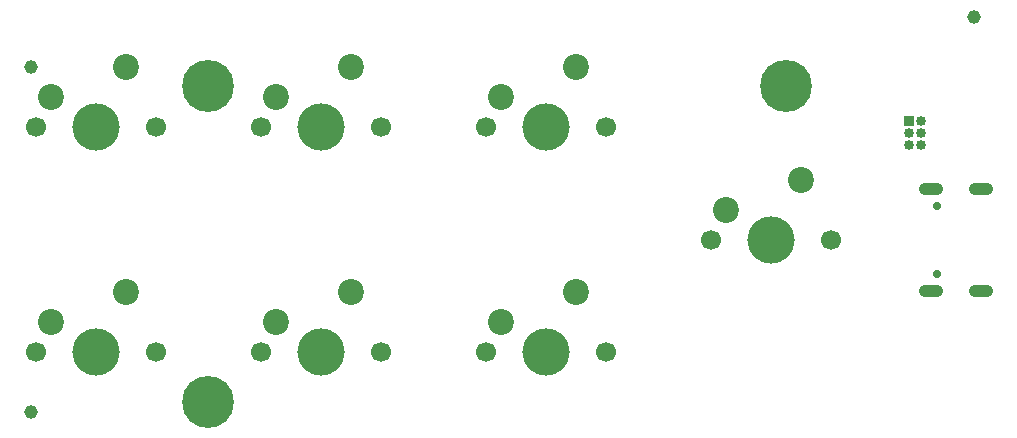
<source format=gbr>
%TF.GenerationSoftware,KiCad,Pcbnew,5.1.7-a382d34a8~88~ubuntu20.04.1*%
%TF.CreationDate,2021-03-21T15:49:45+01:00*%
%TF.ProjectId,marco-keyboard,6d617263-6f2d-46b6-9579-626f6172642e,rev?*%
%TF.SameCoordinates,Original*%
%TF.FileFunction,Soldermask,Bot*%
%TF.FilePolarity,Negative*%
%FSLAX46Y46*%
G04 Gerber Fmt 4.6, Leading zero omitted, Abs format (unit mm)*
G04 Created by KiCad (PCBNEW 5.1.7-a382d34a8~88~ubuntu20.04.1) date 2021-03-21 15:49:45*
%MOMM*%
%LPD*%
G01*
G04 APERTURE LIST*
%ADD10C,1.152000*%
%ADD11C,4.400000*%
%ADD12C,1.700000*%
%ADD13C,4.000000*%
%ADD14C,2.200000*%
%ADD15O,2.100000X1.050000*%
%ADD16C,0.700000*%
%ADD17O,0.850000X0.850000*%
%ADD18R,0.850000X0.850000*%
G04 APERTURE END LIST*
D10*
%TO.C,REF\u002A\u002A*%
X189900000Y-52300000D03*
%TD*%
%TO.C,REF\u002A\u002A*%
X110103920Y-85682200D03*
%TD*%
%TO.C,REF\u002A\u002A*%
X110103920Y-56512080D03*
%TD*%
D11*
%TO.C,H3*%
X174058580Y-58070161D03*
%TD*%
%TO.C,H2*%
X125064520Y-58070161D03*
%TD*%
%TO.C,H1*%
X125064520Y-84825840D03*
%TD*%
D12*
%TO.C,SW6*%
X177800000Y-71120000D03*
X167640000Y-71120000D03*
D13*
X172720000Y-71120000D03*
D14*
X168910000Y-68580000D03*
X175260000Y-66040000D03*
%TD*%
D15*
%TO.C,J1*%
X186320000Y-75440000D03*
X186320000Y-66800000D03*
X190500000Y-75440000D03*
X190500000Y-66800000D03*
D16*
X186850000Y-74010000D03*
X186850000Y-68230000D03*
%TD*%
D17*
%TO.C,J2*%
X185467880Y-63109480D03*
X184467880Y-63109480D03*
X185467880Y-62109480D03*
X184467880Y-62109480D03*
X185467880Y-61109480D03*
D18*
X184467880Y-61109480D03*
%TD*%
D14*
%TO.C,SW0*%
X118110000Y-56515000D03*
X111760000Y-59055000D03*
D13*
X115570000Y-61595000D03*
D12*
X110490000Y-61595000D03*
X120650000Y-61595000D03*
%TD*%
%TO.C,SW1*%
X120650000Y-80645000D03*
X110490000Y-80645000D03*
D13*
X115570000Y-80645000D03*
D14*
X111760000Y-78105000D03*
X118110000Y-75565000D03*
%TD*%
D12*
%TO.C,SW2*%
X139700000Y-61595000D03*
X129540000Y-61595000D03*
D13*
X134620000Y-61595000D03*
D14*
X130810000Y-59055000D03*
X137160000Y-56515000D03*
%TD*%
%TO.C,SW3*%
X137160000Y-75565000D03*
X130810000Y-78105000D03*
D13*
X134620000Y-80645000D03*
D12*
X129540000Y-80645000D03*
X139700000Y-80645000D03*
%TD*%
D14*
%TO.C,SW4*%
X156210000Y-56515000D03*
X149860000Y-59055000D03*
D13*
X153670000Y-61595000D03*
D12*
X148590000Y-61595000D03*
X158750000Y-61595000D03*
%TD*%
%TO.C,SW5*%
X158750000Y-80645000D03*
X148590000Y-80645000D03*
D13*
X153670000Y-80645000D03*
D14*
X149860000Y-78105000D03*
X156210000Y-75565000D03*
%TD*%
M02*

</source>
